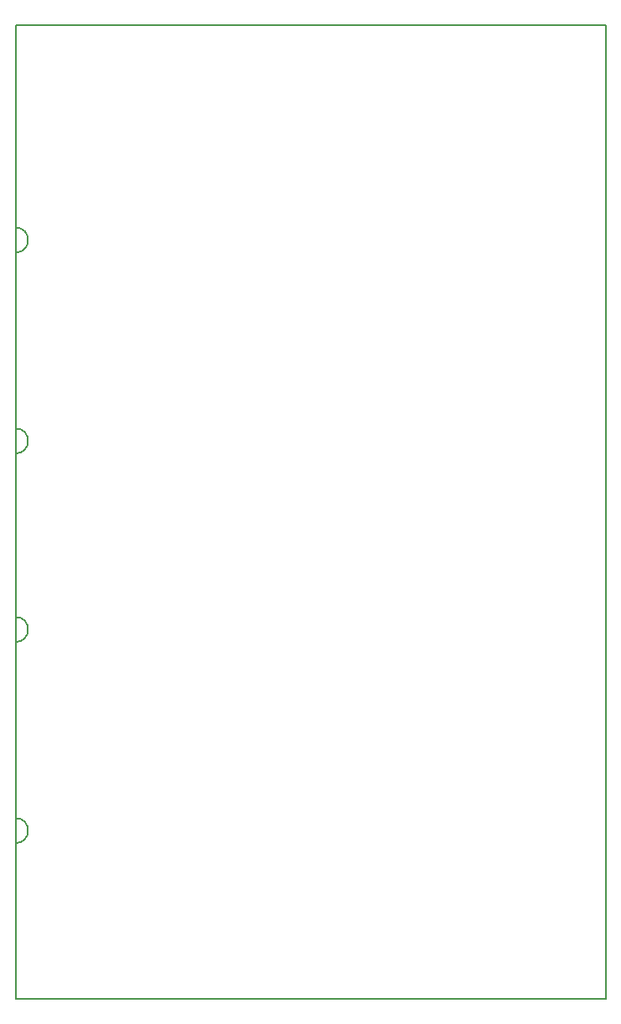
<source format=gbr>
G04 DipTrace 4.3.0.5*
G04 BoardOutline.gbr*
%MOMM*%
G04 #@! TF.FileFunction,Profile*
G04 #@! TF.Part,Single*
%ADD12C,0.14*%
%FSLAX35Y35*%
G04*
G71*
G90*
G75*
G01*
G04 BoardOutline*
%LPD*%
X-254000Y9667700D2*
D12*
X5715000D1*
Y-174600D1*
X-254000Y-174627D1*
Y9667700D1*
Y7620003D2*
G02X-254000Y7366000I-12J-127002D01*
G01*
Y5590500D2*
G02X-254000Y5336497I-12J-127002D01*
G01*
Y3685500D2*
G02X-254000Y3431497I-12J-127002D01*
G01*
Y1653500D2*
G02X-254000Y1399497I-12J-127002D01*
G01*
M02*

</source>
